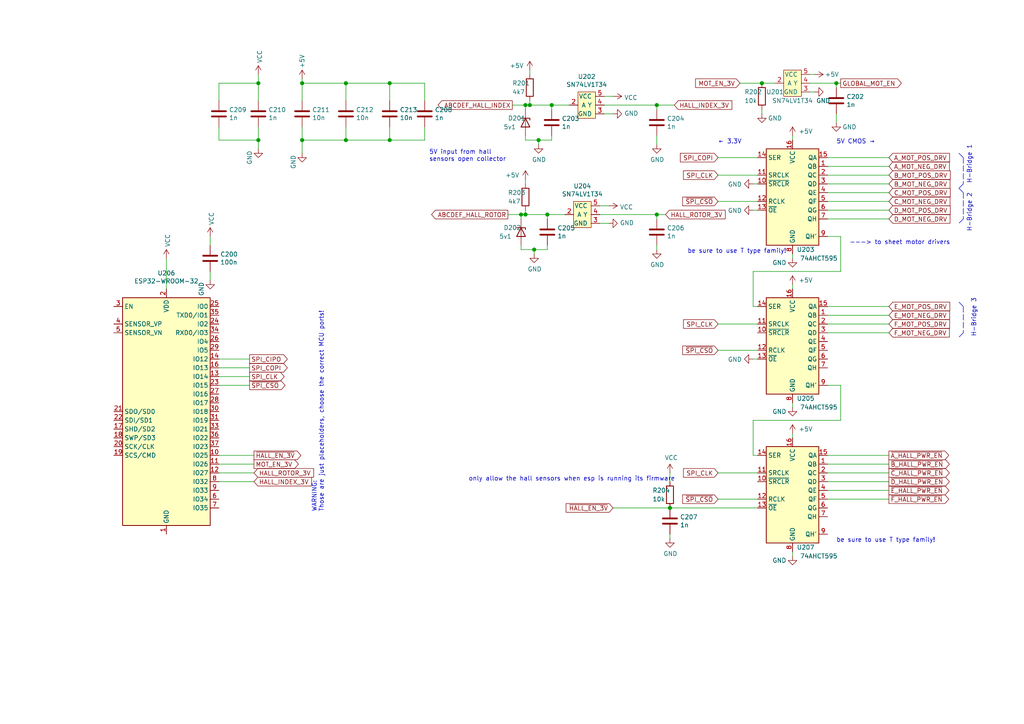
<source format=kicad_sch>
(kicad_sch (version 20201015) (generator eeschema)
  (paper "A4")
  (lib_symbols
    (symbol "74xx:74AHC595"
      (property "Reference" "U" (at -7.62 13.97 0))
      (property "Value" "74AHC595" (at -7.62 -16.51 0))
      (symbol "74AHC595_1_0"
        (pin tri_state line (at 10.16 7.62 180) (length 2.54) (name "QB") (number "1"))
        (pin input line (at -10.16 2.54 0) (length 2.54) (name "~SRCLR") (number "10"))
        (pin input line (at -10.16 5.08 0) (length 2.54) (name "SRCLK") (number "11"))
        (pin input line (at -10.16 -2.54 0) (length 2.54) (name "RCLK") (number "12"))
        (pin input line (at -10.16 -5.08 0) (length 2.54) (name "~OE") (number "13"))
        (pin input line (at -10.16 10.16 0) (length 2.54) (name "SER") (number "14"))
        (pin tri_state line (at 10.16 10.16 180) (length 2.54) (name "QA") (number "15"))
        (pin power_in line (at 0 15.24 270) (length 2.54) (name "VCC") (number "16"))
        (pin tri_state line (at 10.16 5.08 180) (length 2.54) (name "QC") (number "2"))
        (pin tri_state line (at 10.16 2.54 180) (length 2.54) (name "QD") (number "3"))
        (pin tri_state line (at 10.16 0 180) (length 2.54) (name "QE") (number "4"))
        (pin tri_state line (at 10.16 -2.54 180) (length 2.54) (name "QF") (number "5"))
        (pin tri_state line (at 10.16 -5.08 180) (length 2.54) (name "QG") (number "6"))
        (pin tri_state line (at 10.16 -7.62 180) (length 2.54) (name "QH") (number "7"))
        (pin power_in line (at 0 -17.78 90) (length 2.54) (name "GND") (number "8"))
        (pin output line (at 10.16 -12.7 180) (length 2.54) (name "QH'") (number "9"))
      )
      (symbol "74AHC595_1_1"
        (rectangle (start -7.62 12.7) (end 7.62 -15.24) (stroke (width 0.254)) (fill (type background)))
      )
    )
    (symbol "Device:C" (pin_numbers hide) (pin_names (offset 0.254))
      (property "Reference" "C" (at 0.635 2.54 0))
      (property "Value" "C" (at 0.635 -2.54 0))
      (symbol "C_0_1"
        (polyline (pts (xy -2.032 -0.762) (xy 2.032 -0.762)) (stroke (width 0.508)))
        (polyline (pts (xy -2.032 0.762) (xy 2.032 0.762)) (stroke (width 0.508)))
      )
      (symbol "C_1_1"
        (pin passive line (at 0 3.81 270) (length 2.794) (name "~") (number "1"))
        (pin passive line (at 0 -3.81 90) (length 2.794) (name "~") (number "2"))
      )
    )
    (symbol "Device:D_Zener" (pin_numbers hide) (pin_names (offset 1.016) hide)
      (property "Reference" "D" (at 0 2.54 0))
      (property "Value" "D_Zener" (at 0 -2.54 0))
      (symbol "D_Zener_0_1"
        (polyline (pts (xy 1.27 0) (xy -1.27 0)))
        (polyline (pts (xy -1.27 -1.27) (xy -1.27 1.27) (xy -0.762 1.27)) (stroke (width 0.254)))
        (polyline (pts (xy 1.27 -1.27) (xy 1.27 1.27) (xy -1.27 0) (xy 1.27 -1.27)) (stroke (width 0.254)))
      )
      (symbol "D_Zener_1_1"
        (pin passive line (at -3.81 0 0) (length 2.54) (name "K") (number "1"))
        (pin passive line (at 3.81 0 180) (length 2.54) (name "A") (number "2"))
      )
    )
    (symbol "Device:R" (pin_numbers hide) (pin_names (offset 0))
      (property "Reference" "R" (at 2.032 0 90))
      (property "Value" "R" (at 0 0 90))
      (symbol "R_0_1"
        (rectangle (start -1.016 -2.54) (end 1.016 2.54) (stroke (width 0.254)))
      )
      (symbol "R_1_1"
        (pin passive line (at 0 3.81 270) (length 1.27) (name "~") (number "1"))
        (pin passive line (at 0 -3.81 90) (length 1.27) (name "~") (number "2"))
      )
    )
    (symbol "RF_Module:ESP32-WROOM-32"
      (property "Reference" "U" (at -12.7 34.29 0))
      (property "Value" "ESP32-WROOM-32" (at 1.27 34.29 0))
      (symbol "ESP32-WROOM-32_0_1"
        (rectangle (start -12.7 33.02) (end 12.7 -33.02) (stroke (width 0.254)) (fill (type background)))
      )
      (symbol "ESP32-WROOM-32_1_1"
        (pin power_in line (at 0 -35.56 90) (length 2.54) (name "GND") (number "1"))
        (pin bidirectional line (at 15.24 -12.7 180) (length 2.54) (name "IO25") (number "10"))
        (pin bidirectional line (at 15.24 -15.24 180) (length 2.54) (name "IO26") (number "11"))
        (pin bidirectional line (at 15.24 -17.78 180) (length 2.54) (name "IO27") (number "12"))
        (pin bidirectional line (at 15.24 10.16 180) (length 2.54) (name "IO14") (number "13"))
        (pin bidirectional line (at 15.24 15.24 180) (length 2.54) (name "IO12") (number "14"))
        (pin passive line (at 0 -35.56 90) (length 2.54) hide (name "GND") (number "15"))
        (pin bidirectional line (at 15.24 12.7 180) (length 2.54) (name "IO13") (number "16"))
        (pin bidirectional line (at -15.24 -5.08 0) (length 2.54) (name "SHD/SD2") (number "17"))
        (pin bidirectional line (at -15.24 -7.62 0) (length 2.54) (name "SWP/SD3") (number "18"))
        (pin bidirectional line (at -15.24 -12.7 0) (length 2.54) (name "SCS/CMD") (number "19"))
        (pin power_in line (at 0 35.56 270) (length 2.54) (name "VDD") (number "2"))
        (pin bidirectional line (at -15.24 -10.16 0) (length 2.54) (name "SCK/CLK") (number "20"))
        (pin bidirectional line (at -15.24 0 0) (length 2.54) (name "SDO/SD0") (number "21"))
        (pin bidirectional line (at -15.24 -2.54 0) (length 2.54) (name "SDI/SD1") (number "22"))
        (pin bidirectional line (at 15.24 7.62 180) (length 2.54) (name "IO15") (number "23"))
        (pin bidirectional line (at 15.24 25.4 180) (length 2.54) (name "IO2") (number "24"))
        (pin bidirectional line (at 15.24 30.48 180) (length 2.54) (name "IO0") (number "25"))
        (pin bidirectional line (at 15.24 20.32 180) (length 2.54) (name "IO4") (number "26"))
        (pin bidirectional line (at 15.24 5.08 180) (length 2.54) (name "IO16") (number "27"))
        (pin bidirectional line (at 15.24 2.54 180) (length 2.54) (name "IO17") (number "28"))
        (pin bidirectional line (at 15.24 17.78 180) (length 2.54) (name "IO5") (number "29"))
        (pin input line (at -15.24 30.48 0) (length 2.54) (name "EN") (number "3"))
        (pin bidirectional line (at 15.24 0 180) (length 2.54) (name "IO18") (number "30"))
        (pin bidirectional line (at 15.24 -2.54 180) (length 2.54) (name "IO19") (number "31"))
        (pin unconnected line (at -12.7 -27.94 0) (length 2.54) hide (name "NC") (number "32"))
        (pin bidirectional line (at 15.24 -5.08 180) (length 2.54) (name "IO21") (number "33"))
        (pin bidirectional line (at 15.24 22.86 180) (length 2.54) (name "RXD0/IO3") (number "34"))
        (pin bidirectional line (at 15.24 27.94 180) (length 2.54) (name "TXD0/IO1") (number "35"))
        (pin bidirectional line (at 15.24 -7.62 180) (length 2.54) (name "IO22") (number "36"))
        (pin bidirectional line (at 15.24 -10.16 180) (length 2.54) (name "IO23") (number "37"))
        (pin passive line (at 0 -35.56 90) (length 2.54) hide (name "GND") (number "38"))
        (pin passive line (at 0 -35.56 90) (length 2.54) hide (name "GND") (number "39"))
        (pin input line (at -15.24 25.4 0) (length 2.54) (name "SENSOR_VP") (number "4"))
        (pin input line (at -15.24 22.86 0) (length 2.54) (name "SENSOR_VN") (number "5"))
        (pin input line (at 15.24 -25.4 180) (length 2.54) (name "IO34") (number "6"))
        (pin input line (at 15.24 -27.94 180) (length 2.54) (name "IO35") (number "7"))
        (pin bidirectional line (at 15.24 -20.32 180) (length 2.54) (name "IO32") (number "8"))
        (pin bidirectional line (at 15.24 -22.86 180) (length 2.54) (name "IO33") (number "9"))
      )
    )
    (symbol "power:+5V" (power) (pin_names (offset 0))
      (property "Value" "+5V" (at 0 3.556 0))
      (symbol "+5V_0_1"
        (polyline (pts (xy -0.762 1.27) (xy 0 2.54)))
        (polyline (pts (xy 0 0) (xy 0 2.54)))
        (polyline (pts (xy 0 2.54) (xy 0.762 1.27)))
      )
      (symbol "+5V_1_1"
        (pin power_in line (at 0 0 90) (length 0) hide (name "+5V") (number "1"))
      )
    )
    (symbol "power:GND" (power) (pin_names (offset 0))
      (property "Value" "GND" (at 0 -3.81 0))
      (symbol "GND_0_1"
        (polyline (pts (xy 0 0) (xy 0 -1.27) (xy 1.27 -1.27) (xy 0 -2.54) (xy -1.27 -1.27) (xy 0 -1.27)))
      )
      (symbol "GND_1_1"
        (pin power_in line (at 0 0 270) (length 0) hide (name "GND") (number "1"))
      )
    )
    (symbol "power:VCC" (power) (pin_names (offset 0))
      (property "Value" "VCC" (at 0 3.81 0))
      (symbol "VCC_0_1"
        (polyline (pts (xy -0.762 1.27) (xy 0 2.54)))
        (polyline (pts (xy 0 0) (xy 0 2.54)))
        (polyline (pts (xy 0 2.54) (xy 0.762 1.27)))
      )
      (symbol "VCC_1_1"
        (pin power_in line (at 0 0 90) (length 0) hide (name "VCC") (number "1"))
      )
    )
    (symbol "w1_test_pcb_lib:SN74LV1T34" (pin_names (offset 1.016))
      (property "Reference" "U" (at 0 -5.08 0))
      (property "Value" "SN74LV1T34" (at 0 -7.62 0))
      (symbol "SN74LV1T34_0_1"
        (rectangle (start 2.54 -3.81) (end -2.54 3.81) (fill (type background)))
      )
      (symbol "SN74LV1T34_1_1"
        (pin input line (at -5.08 0 0) (length 2.54) (name "A") (number "2"))
        (pin power_in line (at 5.08 -2.54 180) (length 2.54) (name "GND") (number "3"))
        (pin output line (at 5.08 0 180) (length 2.54) (name "Y") (number "4"))
        (pin power_in line (at 5.08 2.54 180) (length 2.54) (name "VCC") (number "5"))
      )
    )
  )
  (junction (at 74.93 24.13) (diameter 1.016))
  (junction (at 74.93 40.64) (diameter 1.016))
  (junction (at 87.63 24.13) (diameter 1.016))
  (junction (at 87.63 40.64) (diameter 1.016))
  (junction (at 100.33 24.13) (diameter 1.016))
  (junction (at 100.33 40.64) (diameter 1.016))
  (junction (at 113.03 24.13) (diameter 1.016))
  (junction (at 113.03 40.64) (diameter 1.016))
  (junction (at 151.13 62.23) (diameter 1.016))
  (junction (at 152.4 30.48) (diameter 1.016))
  (junction (at 152.4 62.23) (diameter 1.016))
  (junction (at 153.67 30.48) (diameter 1.016))
  (junction (at 154.94 72.39) (diameter 1.016))
  (junction (at 156.21 40.64) (diameter 1.016))
  (junction (at 158.75 62.23) (diameter 1.016))
  (junction (at 160.02 30.48) (diameter 1.016))
  (junction (at 190.5 30.48) (diameter 1.016))
  (junction (at 190.5 62.23) (diameter 1.016))
  (junction (at 194.31 147.32) (diameter 1.016))
  (junction (at 220.98 24.13) (diameter 1.016))
  (junction (at 242.57 24.13) (diameter 1.016))
  (wire (pts (xy 48.26 74.93) (xy 48.26 83.82)))
  (wire (pts (xy 60.96 68.58) (xy 60.96 71.12)))
  (wire (pts (xy 60.96 78.74) (xy 60.96 81.28)))
  (wire (pts (xy 63.5 24.13) (xy 63.5 29.21)))
  (wire (pts (xy 63.5 40.64) (xy 63.5 36.83)))
  (wire (pts (xy 63.5 104.14) (xy 72.39 104.14)))
  (wire (pts (xy 63.5 106.68) (xy 72.39 106.68)))
  (wire (pts (xy 63.5 109.22) (xy 72.39 109.22)))
  (wire (pts (xy 63.5 111.76) (xy 72.39 111.76)))
  (wire (pts (xy 63.5 132.08) (xy 73.66 132.08)))
  (wire (pts (xy 63.5 134.62) (xy 73.66 134.62)))
  (wire (pts (xy 63.5 137.16) (xy 73.66 137.16)))
  (wire (pts (xy 63.5 139.7) (xy 73.66 139.7)))
  (wire (pts (xy 74.93 21.59) (xy 74.93 24.13)))
  (wire (pts (xy 74.93 24.13) (xy 63.5 24.13)))
  (wire (pts (xy 74.93 24.13) (xy 74.93 29.21)))
  (wire (pts (xy 74.93 40.64) (xy 63.5 40.64)))
  (wire (pts (xy 74.93 40.64) (xy 74.93 36.83)))
  (wire (pts (xy 74.93 40.64) (xy 74.93 43.18)))
  (wire (pts (xy 87.63 22.86) (xy 87.63 24.13)))
  (wire (pts (xy 87.63 24.13) (xy 87.63 29.21)))
  (wire (pts (xy 87.63 24.13) (xy 100.33 24.13)))
  (wire (pts (xy 87.63 36.83) (xy 87.63 40.64)))
  (wire (pts (xy 87.63 40.64) (xy 87.63 44.45)))
  (wire (pts (xy 87.63 40.64) (xy 100.33 40.64)))
  (wire (pts (xy 100.33 24.13) (xy 100.33 29.21)))
  (wire (pts (xy 100.33 24.13) (xy 113.03 24.13)))
  (wire (pts (xy 100.33 36.83) (xy 100.33 40.64)))
  (wire (pts (xy 100.33 40.64) (xy 113.03 40.64)))
  (wire (pts (xy 113.03 24.13) (xy 113.03 29.21)))
  (wire (pts (xy 113.03 24.13) (xy 123.19 24.13)))
  (wire (pts (xy 113.03 36.83) (xy 113.03 40.64)))
  (wire (pts (xy 113.03 40.64) (xy 123.19 40.64)))
  (wire (pts (xy 123.19 29.21) (xy 123.19 24.13)))
  (wire (pts (xy 123.19 36.83) (xy 123.19 40.64)))
  (wire (pts (xy 151.13 62.23) (xy 147.32 62.23)))
  (wire (pts (xy 151.13 63.5) (xy 151.13 62.23)))
  (wire (pts (xy 151.13 71.12) (xy 151.13 72.39)))
  (wire (pts (xy 151.13 72.39) (xy 154.94 72.39)))
  (wire (pts (xy 152.4 30.48) (xy 148.59 30.48)))
  (wire (pts (xy 152.4 31.75) (xy 152.4 30.48)))
  (wire (pts (xy 152.4 39.37) (xy 152.4 40.64)))
  (wire (pts (xy 152.4 40.64) (xy 156.21 40.64)))
  (wire (pts (xy 152.4 52.07) (xy 152.4 53.34)))
  (wire (pts (xy 152.4 60.96) (xy 152.4 62.23)))
  (wire (pts (xy 152.4 62.23) (xy 151.13 62.23)))
  (wire (pts (xy 153.67 20.32) (xy 153.67 21.59)))
  (wire (pts (xy 153.67 29.21) (xy 153.67 30.48)))
  (wire (pts (xy 153.67 30.48) (xy 152.4 30.48)))
  (wire (pts (xy 154.94 72.39) (xy 158.75 72.39)))
  (wire (pts (xy 154.94 73.66) (xy 154.94 72.39)))
  (wire (pts (xy 156.21 40.64) (xy 160.02 40.64)))
  (wire (pts (xy 156.21 41.91) (xy 156.21 40.64)))
  (wire (pts (xy 158.75 62.23) (xy 152.4 62.23)))
  (wire (pts (xy 158.75 63.5) (xy 158.75 62.23)))
  (wire (pts (xy 158.75 72.39) (xy 158.75 71.12)))
  (wire (pts (xy 160.02 30.48) (xy 153.67 30.48)))
  (wire (pts (xy 160.02 31.75) (xy 160.02 30.48)))
  (wire (pts (xy 160.02 40.64) (xy 160.02 39.37)))
  (wire (pts (xy 163.83 62.23) (xy 158.75 62.23)))
  (wire (pts (xy 165.1 30.48) (xy 160.02 30.48)))
  (wire (pts (xy 173.99 59.69) (xy 176.53 59.69)))
  (wire (pts (xy 173.99 62.23) (xy 190.5 62.23)))
  (wire (pts (xy 173.99 64.77) (xy 176.53 64.77)))
  (wire (pts (xy 175.26 27.94) (xy 177.8 27.94)))
  (wire (pts (xy 175.26 30.48) (xy 190.5 30.48)))
  (wire (pts (xy 175.26 33.02) (xy 177.8 33.02)))
  (wire (pts (xy 177.8 147.32) (xy 194.31 147.32)))
  (wire (pts (xy 190.5 30.48) (xy 190.5 31.75)))
  (wire (pts (xy 190.5 30.48) (xy 195.58 30.48)))
  (wire (pts (xy 190.5 39.37) (xy 190.5 41.91)))
  (wire (pts (xy 190.5 62.23) (xy 190.5 63.5)))
  (wire (pts (xy 190.5 62.23) (xy 193.04 62.23)))
  (wire (pts (xy 190.5 71.12) (xy 190.5 72.39)))
  (wire (pts (xy 194.31 137.16) (xy 194.31 139.7)))
  (wire (pts (xy 194.31 147.32) (xy 219.71 147.32)))
  (wire (pts (xy 194.31 154.94) (xy 194.31 156.21)))
  (wire (pts (xy 214.63 24.13) (xy 220.98 24.13)))
  (wire (pts (xy 218.44 53.34) (xy 219.71 53.34)))
  (wire (pts (xy 218.44 60.96) (xy 219.71 60.96)))
  (wire (pts (xy 218.44 78.74) (xy 218.44 88.9)))
  (wire (pts (xy 218.44 88.9) (xy 219.71 88.9)))
  (wire (pts (xy 218.44 121.92) (xy 218.44 132.08)))
  (wire (pts (xy 218.44 132.08) (xy 219.71 132.08)))
  (wire (pts (xy 219.71 45.72) (xy 208.28 45.72)))
  (wire (pts (xy 219.71 50.8) (xy 208.28 50.8)))
  (wire (pts (xy 219.71 58.42) (xy 208.28 58.42)))
  (wire (pts (xy 219.71 93.98) (xy 208.28 93.98)))
  (wire (pts (xy 219.71 101.6) (xy 208.28 101.6)))
  (wire (pts (xy 219.71 104.14) (xy 218.44 104.14)))
  (wire (pts (xy 219.71 137.16) (xy 208.28 137.16)))
  (wire (pts (xy 219.71 144.78) (xy 208.28 144.78)))
  (wire (pts (xy 220.98 31.75) (xy 220.98 33.02)))
  (wire (pts (xy 224.79 24.13) (xy 220.98 24.13)))
  (wire (pts (xy 229.87 39.37) (xy 229.87 40.64)))
  (wire (pts (xy 229.87 73.66) (xy 229.87 74.93)))
  (wire (pts (xy 229.87 82.55) (xy 229.87 83.82)))
  (wire (pts (xy 229.87 116.84) (xy 229.87 118.11)))
  (wire (pts (xy 229.87 125.73) (xy 229.87 127)))
  (wire (pts (xy 229.87 160.02) (xy 229.87 161.29)))
  (wire (pts (xy 234.95 21.59) (xy 236.22 21.59)))
  (wire (pts (xy 234.95 24.13) (xy 242.57 24.13)))
  (wire (pts (xy 234.95 26.67) (xy 236.22 26.67)))
  (wire (pts (xy 240.03 45.72) (xy 257.81 45.72)))
  (wire (pts (xy 240.03 48.26) (xy 257.81 48.26)))
  (wire (pts (xy 240.03 50.8) (xy 257.81 50.8)))
  (wire (pts (xy 240.03 53.34) (xy 257.81 53.34)))
  (wire (pts (xy 240.03 55.88) (xy 257.81 55.88)))
  (wire (pts (xy 240.03 58.42) (xy 257.81 58.42)))
  (wire (pts (xy 240.03 60.96) (xy 257.81 60.96)))
  (wire (pts (xy 240.03 63.5) (xy 257.81 63.5)))
  (wire (pts (xy 240.03 68.58) (xy 243.84 68.58)))
  (wire (pts (xy 240.03 88.9) (xy 257.81 88.9)))
  (wire (pts (xy 240.03 91.44) (xy 257.81 91.44)))
  (wire (pts (xy 240.03 93.98) (xy 257.81 93.98)))
  (wire (pts (xy 240.03 96.52) (xy 257.81 96.52)))
  (wire (pts (xy 240.03 111.76) (xy 243.84 111.76)))
  (wire (pts (xy 240.03 132.08) (xy 257.81 132.08)))
  (wire (pts (xy 240.03 134.62) (xy 257.81 134.62)))
  (wire (pts (xy 240.03 137.16) (xy 257.81 137.16)))
  (wire (pts (xy 240.03 139.7) (xy 257.81 139.7)))
  (wire (pts (xy 240.03 142.24) (xy 257.81 142.24)))
  (wire (pts (xy 240.03 144.78) (xy 257.81 144.78)))
  (wire (pts (xy 242.57 24.13) (xy 242.57 25.4)))
  (wire (pts (xy 242.57 24.13) (xy 243.84 24.13)))
  (wire (pts (xy 242.57 33.02) (xy 242.57 35.56)))
  (wire (pts (xy 243.84 68.58) (xy 243.84 78.74)))
  (wire (pts (xy 243.84 78.74) (xy 218.44 78.74)))
  (wire (pts (xy 243.84 111.76) (xy 243.84 121.92)))
  (wire (pts (xy 243.84 121.92) (xy 218.44 121.92)))
  (polyline (pts (xy 278.13 44.45) (xy 279.4 45.72)) (stroke (width 0) (type dash)))
  (polyline (pts (xy 278.13 54.61) (xy 279.4 55.88)) (stroke (width 0) (type dash)))
  (polyline (pts (xy 278.13 87.63) (xy 279.4 88.9)) (stroke (width 0) (type dash)))
  (polyline (pts (xy 279.4 45.72) (xy 279.4 53.34)) (stroke (width 0) (type dash)))
  (polyline (pts (xy 279.4 53.34) (xy 278.13 54.61)) (stroke (width 0) (type dash)))
  (polyline (pts (xy 279.4 55.88) (xy 279.4 63.5)) (stroke (width 0) (type dash)))
  (polyline (pts (xy 279.4 63.5) (xy 278.13 64.77)) (stroke (width 0) (type dash)))
  (polyline (pts (xy 279.4 88.9) (xy 279.4 96.52)) (stroke (width 0) (type dash)))
  (polyline (pts (xy 279.4 96.52) (xy 278.13 97.79)) (stroke (width 0) (type dash)))
  (text "WARNING:\nThose are just placeholders, choose the correct MCU ports!" (at 93.98 148.59 90) (effects (font (size 1.27 1.27)) (justify left bottom)))
  (text "5V input from hall\nsensors open collector" (at 124.46 46.99 0) (effects (font (size 1.27 1.27)) (justify left bottom)))
  (text "only allow the hall sensors when esp is running its firmware" (at 135.89 139.7 0) (effects (font (size 1.27 1.27)) (justify left bottom)))
  (text "be sure to use T type family!" (at 199.39 73.66 0) (effects (font (size 1.27 1.27)) (justify left bottom)))
  (text "← 3.3V" (at 208.28 41.91 0) (effects (font (size 1.27 1.27)) (justify left bottom)))
  (text "5V CMOS →" (at 242.57 41.91 0) (effects (font (size 1.27 1.27)) (justify left bottom)))
  (text "be sure to use T type family!" (at 242.57 157.48 0) (effects (font (size 1.27 1.27)) (justify left bottom)))
  (text "---> to sheet motor drivers" (at 246.38 71.12 0) (effects (font (size 1.27 1.27)) (justify left bottom)))
  (text "H-Bridge 1" (at 281.94 53.34 90) (effects (font (size 1.27 1.27)) (justify left bottom)))
  (text "H-Bridge 2" (at 281.94 67.31 90) (effects (font (size 1.27 1.27)) (justify left bottom)))
  (text "H-Bridge 3" (at 283.21 97.79 90) (effects (font (size 1.27 1.27)) (justify left bottom)))
  (global_label "SPI_CIPO" (shape output) (at 72.39 104.14 0) (property "Intersheet References" "${INTERSHEET_REFS}" (effects hide)))
  (global_label "SPI_COPI" (shape output) (at 72.39 106.68 0) (property "Intersheet References" "${INTERSHEET_REFS}" (effects hide)))
  (global_label "SPI_CLK" (shape output) (at 72.39 109.22 0) (property "Intersheet References" "${INTERSHEET_REFS}" (effects hide)))
  (global_label "~SPI_CSO~" (shape output) (at 72.39 111.76 0) (property "Intersheet References" "${INTERSHEET_REFS}" (effects hide)))
  (global_label "~HALL_EN_3V~" (shape output) (at 73.66 132.08 0) (property "Intersheet References" "${INTERSHEET_REFS}" (effects hide)))
  (global_label "MOT_EN_3V" (shape output) (at 73.66 134.62 0) (property "Intersheet References" "${INTERSHEET_REFS}" (effects hide)))
  (global_label "HALL_ROTOR_3V" (shape input) (at 73.66 137.16 0) (property "Intersheet References" "${INTERSHEET_REFS}" (effects hide)))
  (global_label "HALL_INDEX_3V" (shape input) (at 73.66 139.7 0) (property "Intersheet References" "${INTERSHEET_REFS}" (effects hide)))
  (global_label "ABCDEF_HALL_ROTOR" (shape output) (at 147.32 62.23 180) (property "Intersheet References" "${INTERSHEET_REFS}" (effects hide)))
  (global_label "ABCDEF_HALL_INDEX" (shape output) (at 148.59 30.48 180) (property "Intersheet References" "${INTERSHEET_REFS}" (effects hide)))
  (global_label "~HALL_EN_3V~" (shape input) (at 177.8 147.32 180) (property "Intersheet References" "${INTERSHEET_REFS}" (effects hide)))
  (global_label "HALL_ROTOR_3V" (shape input) (at 193.04 62.23 0) (property "Intersheet References" "${INTERSHEET_REFS}" (effects hide)))
  (global_label "HALL_INDEX_3V" (shape input) (at 195.58 30.48 0) (property "Intersheet References" "${INTERSHEET_REFS}" (effects hide)))
  (global_label "SPI_COPI" (shape input) (at 208.28 45.72 180) (property "Intersheet References" "${INTERSHEET_REFS}" (effects hide)))
  (global_label "SPI_CLK" (shape input) (at 208.28 50.8 180) (property "Intersheet References" "${INTERSHEET_REFS}" (effects hide)))
  (global_label "~SPI_CSO~" (shape input) (at 208.28 58.42 180) (property "Intersheet References" "${INTERSHEET_REFS}" (effects hide)))
  (global_label "SPI_CLK" (shape input) (at 208.28 93.98 180) (property "Intersheet References" "${INTERSHEET_REFS}" (effects hide)))
  (global_label "~SPI_CSO~" (shape input) (at 208.28 101.6 180) (property "Intersheet References" "${INTERSHEET_REFS}" (effects hide)))
  (global_label "SPI_CLK" (shape input) (at 208.28 137.16 180) (property "Intersheet References" "${INTERSHEET_REFS}" (effects hide)))
  (global_label "~SPI_CSO~" (shape input) (at 208.28 144.78 180) (property "Intersheet References" "${INTERSHEET_REFS}" (effects hide)))
  (global_label "MOT_EN_3V" (shape input) (at 214.63 24.13 180) (property "Intersheet References" "${INTERSHEET_REFS}" (effects hide)))
  (global_label "GLOBAL_MOT_EN" (shape output) (at 243.84 24.13 0) (property "Intersheet References" "${INTERSHEET_REFS}" (effects hide)))
  (global_label "A_MOT_POS_DRV" (shape input) (at 257.81 45.72 0) (property "Intersheet References" "${INTERSHEET_REFS}" (effects hide)))
  (global_label "A_MOT_NEG_DRV" (shape input) (at 257.81 48.26 0) (property "Intersheet References" "${INTERSHEET_REFS}" (effects hide)))
  (global_label "B_MOT_POS_DRV" (shape input) (at 257.81 50.8 0) (property "Intersheet References" "${INTERSHEET_REFS}" (effects hide)))
  (global_label "B_MOT_NEG_DRV" (shape input) (at 257.81 53.34 0) (property "Intersheet References" "${INTERSHEET_REFS}" (effects hide)))
  (global_label "C_MOT_POS_DRV" (shape input) (at 257.81 55.88 0) (property "Intersheet References" "${INTERSHEET_REFS}" (effects hide)))
  (global_label "C_MOT_NEG_DRV" (shape input) (at 257.81 58.42 0) (property "Intersheet References" "${INTERSHEET_REFS}" (effects hide)))
  (global_label "D_MOT_POS_DRV" (shape input) (at 257.81 60.96 0) (property "Intersheet References" "${INTERSHEET_REFS}" (effects hide)))
  (global_label "D_MOT_NEG_DRV" (shape input) (at 257.81 63.5 0) (property "Intersheet References" "${INTERSHEET_REFS}" (effects hide)))
  (global_label "E_MOT_POS_DRV" (shape input) (at 257.81 88.9 0) (property "Intersheet References" "${INTERSHEET_REFS}" (effects hide)))
  (global_label "E_MOT_NEG_DRV" (shape input) (at 257.81 91.44 0) (property "Intersheet References" "${INTERSHEET_REFS}" (effects hide)))
  (global_label "F_MOT_POS_DRV" (shape input) (at 257.81 93.98 0) (property "Intersheet References" "${INTERSHEET_REFS}" (effects hide)))
  (global_label "F_MOT_NEG_DRV" (shape input) (at 257.81 96.52 0) (property "Intersheet References" "${INTERSHEET_REFS}" (effects hide)))
  (global_label "~A_HALL_PWR_EN~" (shape output) (at 257.81 132.08 0) (property "Intersheet References" "${INTERSHEET_REFS}" (effects hide)))
  (global_label "~B_HALL_PWR_EN~" (shape output) (at 257.81 134.62 0) (property "Intersheet References" "${INTERSHEET_REFS}" (effects hide)))
  (global_label "~C_HALL_PWR_EN~" (shape output) (at 257.81 137.16 0) (property "Intersheet References" "${INTERSHEET_REFS}" (effects hide)))
  (global_label "~D_HALL_PWR_EN~" (shape output) (at 257.81 139.7 0) (property "Intersheet References" "${INTERSHEET_REFS}" (effects hide)))
  (global_label "~E_HALL_PWR_EN~" (shape output) (at 257.81 142.24 0) (property "Intersheet References" "${INTERSHEET_REFS}" (effects hide)))
  (global_label "~F_HALL_PWR_EN~" (shape output) (at 257.81 144.78 0) (property "Intersheet References" "${INTERSHEET_REFS}" (effects hide)))
  (symbol (lib_id "power:VCC") (at 48.26 74.93 0) (unit 1)
    (property "Reference" "#PWR02" (effects hide))
    (property "Value" "VCC" (at 48.641 71.6788 90) (effects (justify left)))
  )
  (symbol (lib_id "power:VCC") (at 60.96 68.58 0) (unit 1)
    (property "Reference" "#PWR01" (effects hide))
    (property "Value" "VCC" (at 61.341 65.3288 90) (effects (justify left)))
  )
  (symbol (lib_id "power:VCC") (at 74.93 21.59 0) (unit 1)
    (property "Reference" "#PWR0112" (effects hide))
    (property "Value" "VCC" (at 75.311 18.3388 90) (effects (justify left)))
  )
  (symbol (lib_id "power:+5V") (at 87.63 22.86 0) (unit 1)
    (property "Reference" "#PWR0228" (effects hide))
    (property "Value" "+5V" (at 87.63 17.78 90))
  )
  (symbol (lib_id "power:+5V") (at 152.4 52.07 0) (unit 1)
    (property "Reference" "#PWR0213" (effects hide))
    (property "Value" "+5V" (at 148.59 50.8 0))
  )
  (symbol (lib_id "power:+5V") (at 153.67 20.32 0) (unit 1)
    (property "Reference" "#PWR0201" (effects hide))
    (property "Value" "+5V" (at 149.86 19.05 0))
  )
  (symbol (lib_id "power:VCC") (at 176.53 59.69 270) (unit 1)
    (property "Reference" "#PWR0215" (effects hide))
    (property "Value" "VCC" (at 179.7812 60.071 90) (effects (justify left)))
  )
  (symbol (lib_id "power:VCC") (at 177.8 27.94 270) (unit 1)
    (property "Reference" "#PWR0205" (effects hide))
    (property "Value" "VCC" (at 181.0512 28.321 90) (effects (justify left)))
  )
  (symbol (lib_id "power:VCC") (at 194.31 137.16 0) (unit 1)
    (property "Reference" "#PWR0225" (effects hide))
    (property "Value" "VCC" (at 194.691 132.7658 0))
  )
  (symbol (lib_id "power:+5V") (at 229.87 39.37 0) (unit 1)
    (property "Reference" "#PWR0210" (effects hide))
    (property "Value" "+5V" (at 233.68 38.1 0))
  )
  (symbol (lib_id "power:+5V") (at 229.87 82.55 0) (unit 1)
    (property "Reference" "#PWR0221" (effects hide))
    (property "Value" "+5V" (at 233.68 81.28 0))
  )
  (symbol (lib_id "power:+5V") (at 229.87 125.73 0) (unit 1)
    (property "Reference" "#PWR0224" (effects hide))
    (property "Value" "+5V" (at 233.68 124.46 0))
  )
  (symbol (lib_id "power:+5V") (at 236.22 21.59 270) (unit 1)
    (property "Reference" "#PWR0203" (effects hide))
    (property "Value" "+5V" (at 241.3 21.59 90))
  )
  (symbol (lib_id "power:GND") (at 60.96 81.28 0) (unit 1)
    (property "Reference" "#PWR03" (effects hide))
    (property "Value" "GND" (at 58.42 83.82 90))
  )
  (symbol (lib_id "power:GND") (at 74.93 43.18 0) (unit 1)
    (property "Reference" "#PWR0111" (effects hide))
    (property "Value" "GND" (at 72.39 45.72 90))
  )
  (symbol (lib_id "power:GND") (at 87.63 44.45 0) (unit 1)
    (property "Reference" "#PWR0229" (effects hide))
    (property "Value" "GND" (at 85.09 46.99 90))
  )
  (symbol (lib_id "power:GND") (at 154.94 73.66 0) (unit 1)
    (property "Reference" "#PWR0219" (effects hide))
    (property "Value" "GND" (at 155.067 78.0542 0))
  )
  (symbol (lib_id "power:GND") (at 156.21 41.91 0) (unit 1)
    (property "Reference" "#PWR0211" (effects hide))
    (property "Value" "GND" (at 156.337 46.3042 0))
  )
  (symbol (lib_id "power:GND") (at 176.53 64.77 90) (unit 1)
    (property "Reference" "#PWR0217" (effects hide))
    (property "Value" "GND" (at 179.7812 64.643 90) (effects (justify right)))
  )
  (symbol (lib_id "power:GND") (at 177.8 33.02 90) (unit 1)
    (property "Reference" "#PWR0206" (effects hide))
    (property "Value" "GND" (at 181.0512 32.893 90) (effects (justify right)))
  )
  (symbol (lib_id "power:GND") (at 190.5 41.91 0) (unit 1)
    (property "Reference" "#PWR0212" (effects hide))
    (property "Value" "GND" (at 190.627 46.3042 0))
  )
  (symbol (lib_id "power:GND") (at 190.5 72.39 0) (unit 1)
    (property "Reference" "#PWR0218" (effects hide))
    (property "Value" "GND" (at 190.627 76.7842 0))
  )
  (symbol (lib_id "power:GND") (at 194.31 156.21 0) (unit 1)
    (property "Reference" "#PWR0226" (effects hide))
    (property "Value" "GND" (at 194.437 160.6042 0))
  )
  (symbol (lib_id "power:GND") (at 218.44 53.34 270) (unit 1)
    (property "Reference" "#PWR0214" (effects hide))
    (property "Value" "GND" (at 215.1888 53.467 90) (effects (justify right)))
  )
  (symbol (lib_id "power:GND") (at 218.44 60.96 270) (unit 1)
    (property "Reference" "#PWR0216" (effects hide))
    (property "Value" "GND" (at 215.1888 61.087 90) (effects (justify right)))
  )
  (symbol (lib_id "power:GND") (at 218.44 104.14 270) (unit 1)
    (property "Reference" "#PWR0222" (effects hide))
    (property "Value" "GND" (at 215.1888 104.267 90) (effects (justify right)))
  )
  (symbol (lib_id "power:GND") (at 220.98 33.02 0) (unit 1)
    (property "Reference" "#PWR0207" (effects hide))
    (property "Value" "GND" (at 224.79 34.29 0))
  )
  (symbol (lib_id "power:GND") (at 229.87 74.93 0) (unit 1)
    (property "Reference" "#PWR0220" (effects hide))
    (property "Value" "GND" (at 226.06 76.2 0))
  )
  (symbol (lib_id "power:GND") (at 229.87 118.11 0) (unit 1)
    (property "Reference" "#PWR0223" (effects hide))
    (property "Value" "GND" (at 226.06 119.38 0))
  )
  (symbol (lib_id "power:GND") (at 229.87 161.29 0) (unit 1)
    (property "Reference" "#PWR0227" (effects hide))
    (property "Value" "GND" (at 226.06 162.56 0))
  )
  (symbol (lib_id "power:GND") (at 236.22 26.67 90) (unit 1)
    (property "Reference" "#PWR0204" (effects hide))
    (property "Value" "GND" (at 238.76 29.21 90))
  )
  (symbol (lib_id "power:GND") (at 242.57 35.56 0) (unit 1)
    (property "Reference" "#PWR0209" (effects hide))
    (property "Value" "GND" (at 246.38 36.83 0))
  )
  (symbol (lib_id "Device:R") (at 152.4 57.15 0) (unit 1)
    (property "Reference" "R203" (at 147.32 55.88 0) (effects (justify left)))
    (property "Value" "4k7" (at 147.32 58.42 0) (effects (justify left)))
    (property "Footprint" "Resistor_SMD:R_0603_1608Metric" (effects hide))
  )
  (symbol (lib_id "Device:R") (at 153.67 25.4 0) (unit 1)
    (property "Reference" "R201" (at 148.59 24.13 0) (effects (justify left)))
    (property "Value" "4k7" (at 148.59 26.67 0) (effects (justify left)))
    (property "Footprint" "Resistor_SMD:R_0603_1608Metric" (effects hide))
  )
  (symbol (lib_id "Device:R") (at 194.31 143.51 0) (unit 1)
    (property "Reference" "R204" (at 189.23 142.24 0) (effects (justify left)))
    (property "Value" "10k" (at 189.23 144.78 0) (effects (justify left)))
    (property "Footprint" "Resistor_SMD:R_0603_1608Metric" (effects hide))
  )
  (symbol (lib_id "Device:R") (at 220.98 27.94 0) (unit 1)
    (property "Reference" "R202" (at 215.9 26.67 0) (effects (justify left)))
    (property "Value" "10k" (at 215.9 29.21 0) (effects (justify left)))
    (property "Footprint" "Resistor_SMD:R_0603_1608Metric" (effects hide))
  )
  (symbol (lib_id "Device:D_Zener") (at 151.13 67.31 270) (unit 1)
    (property "Reference" "D202" (at 146.05 66.04 90) (effects (justify left)))
    (property "Value" "5v1" (at 144.78 68.58 90) (effects (justify left)))
    (property "Footprint" "Diode_SMD:D_SOT-23_ANK" (effects hide))
    (property "Distri" "Reichelt" (effects hide))
    (property "Link" "https://www.reichelt.de/zenerdiode-5-1-v-0-35-w-sot-23-smd-zd-5-1-p18916.html?&trstct=pos_3&nbc=1" (effects hide))
  )
  (symbol (lib_id "Device:D_Zener") (at 152.4 35.56 270) (unit 1)
    (property "Reference" "D201" (at 147.32 34.29 90) (effects (justify left)))
    (property "Value" "5v1" (at 146.05 36.83 90) (effects (justify left)))
    (property "Footprint" "Diode_SMD:D_SOT-23_ANK" (effects hide))
    (property "Distri" "Reichelt" (effects hide))
    (property "Link" "https://www.reichelt.de/zenerdiode-5-1-v-0-35-w-sot-23-smd-zd-5-1-p18916.html?&trstct=pos_3&nbc=1" (effects hide))
  )
  (symbol (lib_id "Device:C") (at 60.96 74.93 0) (unit 1)
    (property "Reference" "C200" (at 63.881 73.762 0) (effects (justify left)))
    (property "Value" "100n" (at 63.881 76.073 0) (effects (justify left)))
    (property "Footprint" "Capacitor_SMD:C_0603_1608Metric" (effects hide))
    (property "Distri" "Reichelt" (effects hide))
    (property "Link" "https://www.reichelt.de/smd-vielschicht-keramikkondensator-100n-10--x7r-g0603-100n-p31873.html?&trstct=pos_1&nbc=1" (effects hide))
  )
  (symbol (lib_id "Device:C") (at 63.5 33.02 0) (unit 1)
    (property "Reference" "C209" (at 66.421 31.8516 0) (effects (justify left)))
    (property "Value" "1n" (at 66.421 34.163 0) (effects (justify left)))
    (property "Footprint" "Capacitor_SMD:C_0603_1608Metric" (effects hide))
    (property "Distri" "Reichelt" (effects hide))
    (property "Link" "https://www.reichelt.de/smd-kerko-0603-1-nf-10-v-10-mlcc-rnd-150sh18b1021-p225490.html?search=X7R+0603+1" (effects hide))
  )
  (symbol (lib_id "Device:C") (at 74.93 33.02 0) (unit 1)
    (property "Reference" "C210" (at 77.851 31.8516 0) (effects (justify left)))
    (property "Value" "1n" (at 77.851 34.163 0) (effects (justify left)))
    (property "Footprint" "Capacitor_SMD:C_0603_1608Metric" (effects hide))
    (property "Distri" "Reichelt" (effects hide))
    (property "Link" "https://www.reichelt.de/smd-kerko-0603-1-nf-10-v-10-mlcc-rnd-150sh18b1021-p225490.html?search=X7R+0603+1" (effects hide))
  )
  (symbol (lib_id "Device:C") (at 87.63 33.02 0) (unit 1)
    (property "Reference" "C211" (at 90.551 31.8516 0) (effects (justify left)))
    (property "Value" "10n" (at 90.551 34.163 0) (effects (justify left)))
    (property "Footprint" "Capacitor_SMD:C_0603_1608Metric" (effects hide))
    (property "Distri" "Reichelt" (effects hide))
    (property "Link" "https://www.reichelt.de/smd-vielschicht-keramikkondensator-100n-10--x7r-g0603-100n-p31873.html?&trstct=pos_1&nbc=1" (effects hide))
  )
  (symbol (lib_id "Device:C") (at 100.33 33.02 0) (unit 1)
    (property "Reference" "C212" (at 103.251 31.8516 0) (effects (justify left)))
    (property "Value" "10n" (at 103.251 34.163 0) (effects (justify left)))
    (property "Footprint" "Capacitor_SMD:C_0603_1608Metric" (effects hide))
    (property "Distri" "Reichelt" (effects hide))
    (property "Link" "https://www.reichelt.de/smd-vielschicht-keramikkondensator-100n-10--x7r-g0603-100n-p31873.html?&trstct=pos_1&nbc=1" (effects hide))
  )
  (symbol (lib_id "Device:C") (at 113.03 33.02 0) (unit 1)
    (property "Reference" "C213" (at 115.951 31.8516 0) (effects (justify left)))
    (property "Value" "10n" (at 115.951 34.163 0) (effects (justify left)))
    (property "Footprint" "Capacitor_SMD:C_0603_1608Metric" (effects hide))
    (property "Distri" "Reichelt" (effects hide))
    (property "Link" "https://www.reichelt.de/smd-vielschicht-keramikkondensator-100n-10--x7r-g0603-100n-p31873.html?&trstct=pos_1&nbc=1" (effects hide))
  )
  (symbol (lib_id "Device:C") (at 123.19 33.02 0) (unit 1)
    (property "Reference" "C208" (at 126.111 31.8516 0) (effects (justify left)))
    (property "Value" "1n" (at 126.111 34.163 0) (effects (justify left)))
    (property "Footprint" "Capacitor_SMD:C_0603_1608Metric" (effects hide))
    (property "Distri" "Reichelt" (effects hide))
    (property "Link" "https://www.reichelt.de/smd-kerko-0603-1-nf-10-v-10-mlcc-rnd-150sh18b1021-p225490.html?search=X7R+0603+1" (effects hide))
  )
  (symbol (lib_id "Device:C") (at 158.75 67.31 0) (unit 1)
    (property "Reference" "C205" (at 161.671 66.1416 0) (effects (justify left)))
    (property "Value" "1n" (at 161.671 68.453 0) (effects (justify left)))
    (property "Footprint" "Capacitor_SMD:C_0603_1608Metric" (effects hide))
    (property "Distri" "Reichelt" (effects hide))
    (property "Link" "https://www.reichelt.de/smd-kerko-0603-1-nf-10-v-10-mlcc-rnd-150sh18b1021-p225490.html?search=X7R+0603+1" (effects hide))
  )
  (symbol (lib_id "Device:C") (at 160.02 35.56 0) (unit 1)
    (property "Reference" "C203" (at 162.941 34.3916 0) (effects (justify left)))
    (property "Value" "1n" (at 162.941 36.703 0) (effects (justify left)))
    (property "Footprint" "Capacitor_SMD:C_0603_1608Metric" (effects hide))
    (property "Distri" "Reichelt" (effects hide))
    (property "Link" "https://www.reichelt.de/smd-kerko-0603-1-nf-10-v-10-mlcc-rnd-150sh18b1021-p225490.html?search=X7R+0603+1" (effects hide))
  )
  (symbol (lib_id "Device:C") (at 190.5 35.56 0) (unit 1)
    (property "Reference" "C204" (at 193.421 34.3916 0) (effects (justify left)))
    (property "Value" "1n" (at 193.421 36.703 0) (effects (justify left)))
    (property "Footprint" "Capacitor_SMD:C_0603_1608Metric" (effects hide))
    (property "Distri" "Reichelt" (effects hide))
    (property "Link" "https://www.reichelt.de/smd-kerko-0603-1-nf-10-v-10-mlcc-rnd-150sh18b1021-p225490.html?search=X7R+0603+1" (effects hide))
  )
  (symbol (lib_id "Device:C") (at 190.5 67.31 0) (unit 1)
    (property "Reference" "C206" (at 193.421 66.1416 0) (effects (justify left)))
    (property "Value" "1n" (at 193.421 68.453 0) (effects (justify left)))
    (property "Footprint" "Capacitor_SMD:C_0603_1608Metric" (effects hide))
    (property "Distri" "Reichelt" (effects hide))
    (property "Link" "https://www.reichelt.de/smd-kerko-0603-1-nf-10-v-10-mlcc-rnd-150sh18b1021-p225490.html?search=X7R+0603+1" (effects hide))
  )
  (symbol (lib_id "Device:C") (at 194.31 151.13 0) (unit 1)
    (property "Reference" "C207" (at 197.231 149.9616 0) (effects (justify left)))
    (property "Value" "1n" (at 197.231 152.273 0) (effects (justify left)))
    (property "Footprint" "Capacitor_SMD:C_0603_1608Metric" (effects hide))
    (property "Distri" "Reichelt" (effects hide))
    (property "Link" "https://www.reichelt.de/smd-kerko-0603-1-nf-10-v-10-mlcc-rnd-150sh18b1021-p225490.html?search=X7R+0603+1" (effects hide))
  )
  (symbol (lib_id "Device:C") (at 242.57 29.21 0) (unit 1)
    (property "Reference" "C202" (at 245.491 28.0416 0) (effects (justify left)))
    (property "Value" "1n" (at 245.491 30.353 0) (effects (justify left)))
    (property "Footprint" "Capacitor_SMD:C_0603_1608Metric" (effects hide))
    (property "Distri" "Reichelt" (effects hide))
    (property "Link" "https://www.reichelt.de/smd-kerko-0603-1-nf-10-v-10-mlcc-rnd-150sh18b1021-p225490.html?search=X7R+0603+1" (effects hide))
  )
  (symbol (lib_id "w1_test_pcb_lib:SN74LV1T34") (at 168.91 62.23 0) (unit 1)
    (property "Reference" "U204" (at 168.91 53.975 0))
    (property "Value" "SN74LV1T34" (at 168.91 56.2864 0))
    (property "Footprint" "Package_TO_SOT_SMD:SOT-23-5" (effects hide))
    (property "Distri" "Develektro" (effects hide))
    (property "Link" "https://www.develektro.com/NEXPERIA-74LV1T34GVH-UMSETZENDER-PUFFER-40-BIS-125C" (effects hide))
  )
  (symbol (lib_id "w1_test_pcb_lib:SN74LV1T34") (at 170.18 30.48 0) (unit 1)
    (property "Reference" "U202" (at 170.18 22.225 0))
    (property "Value" "SN74LV1T34" (at 170.18 24.5364 0))
    (property "Footprint" "Package_TO_SOT_SMD:SOT-23-5" (effects hide))
    (property "Distri" "Develektro" (effects hide))
    (property "Link" "https://www.develektro.com/NEXPERIA-74LV1T34GVH-UMSETZENDER-PUFFER-40-BIS-125C" (effects hide))
  )
  (symbol (lib_id "w1_test_pcb_lib:SN74LV1T34") (at 229.87 24.13 0) (unit 1)
    (property "Reference" "U201" (at 224.79 26.67 0))
    (property "Value" "SN74LV1T34" (at 229.87 29.21 0))
    (property "Footprint" "Package_TO_SOT_SMD:SOT-23-5" (effects hide))
    (property "Distri" "Develektro" (effects hide))
    (property "Link" "https://www.develektro.com/NEXPERIA-74LV1T34GVH-UMSETZENDER-PUFFER-40-BIS-125C" (effects hide))
  )
  (symbol (lib_id "74xx:74AHC595") (at 229.87 55.88 0) (unit 1)
    (property "Reference" "U203" (at 233.68 72.39 0))
    (property "Value" "74AHCT595" (at 237.49 74.93 0))
    (property "Footprint" "Package_SO:SO-16_3.9x9.9mm_P1.27mm" (effects hide))
    (property "Datasheet" "https://assets.nexperia.com/documents/data-sheet/74AHC_AHCT595.pdf" (effects hide))
    (property "Distri" "Reichelt" (effects hide))
    (property "Link" "https://www.reichelt.de/shift-register-3-state-ausgang-2--6-v-so-16-smd-hc-595-p56622.html?&trstct=pos_3&nbc=1" (effects hide))
  )
  (symbol (lib_id "74xx:74AHC595") (at 229.87 99.06 0) (unit 1)
    (property "Reference" "U205" (at 233.68 115.57 0))
    (property "Value" "74AHCT595" (at 237.49 118.11 0))
    (property "Footprint" "Package_SO:SO-16_3.9x9.9mm_P1.27mm" (effects hide))
    (property "Datasheet" "https://assets.nexperia.com/documents/data-sheet/74AHC_AHCT595.pdf" (effects hide))
    (property "Distri" "Reichelt" (effects hide))
    (property "Link" "https://www.reichelt.de/shift-register-3-state-ausgang-2--6-v-so-16-smd-hc-595-p56622.html?&trstct=pos_3&nbc=1" (effects hide))
  )
  (symbol (lib_id "74xx:74AHC595") (at 229.87 142.24 0) (unit 1)
    (property "Reference" "U207" (at 233.68 158.75 0))
    (property "Value" "74AHCT595" (at 237.49 161.29 0))
    (property "Footprint" "Package_SO:SO-16_3.9x9.9mm_P1.27mm" (effects hide))
    (property "Datasheet" "https://assets.nexperia.com/documents/data-sheet/74AHC_AHCT595.pdf" (effects hide))
    (property "Distri" "Reichelt" (effects hide))
    (property "Link" "https://www.reichelt.de/shift-register-3-state-ausgang-2--6-v-so-16-smd-hc-595-p56622.html?&trstct=pos_3&nbc=1" (effects hide))
  )
  (symbol (lib_id "RF_Module:ESP32-WROOM-32") (at 48.26 119.38 0) (unit 1)
    (property "Reference" "U206" (at 48.26 79.2226 0))
    (property "Value" "ESP32-WROOM-32" (at 48.26 81.534 0))
    (property "Footprint" "RF_Module:ESP32-WROOM-32" (effects hide))
    (property "Datasheet" "https://www.espressif.com/sites/default/files/documentation/esp32-wroom-32_datasheet_en.pdf" (effects hide))
  )
)
</source>
